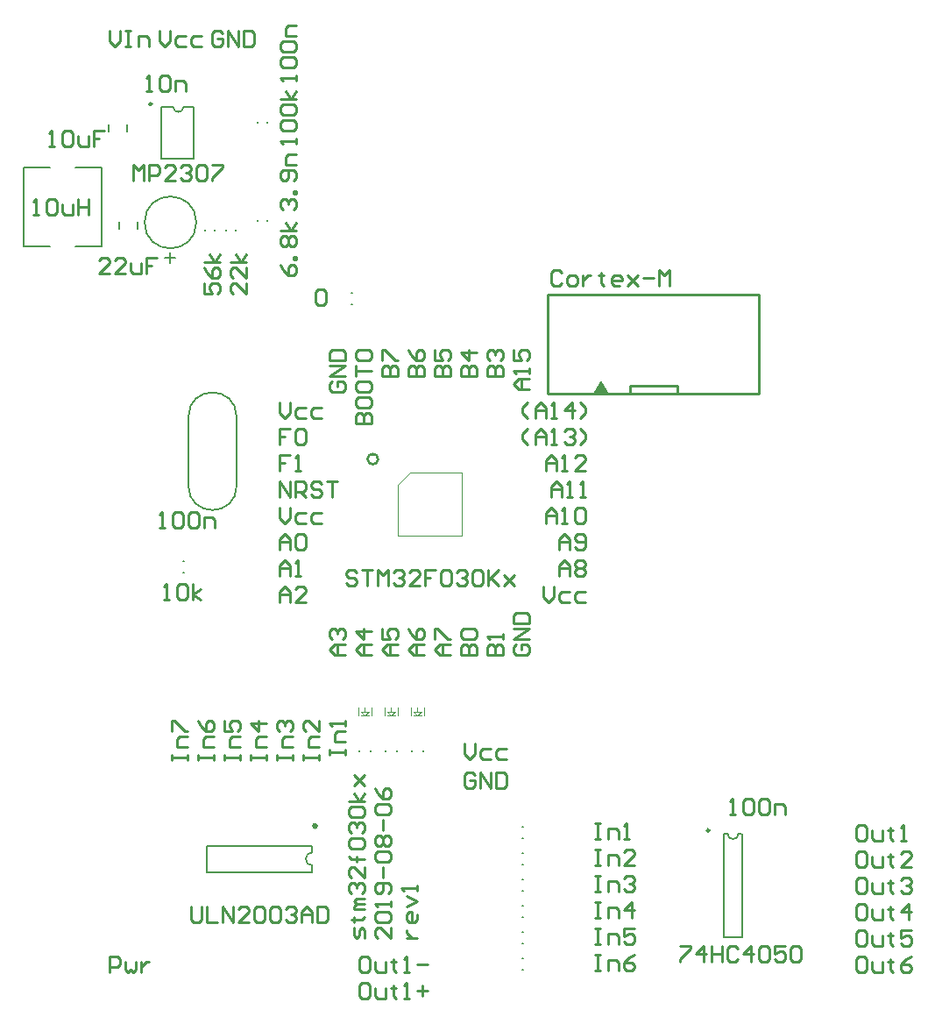
<source format=gto>
G04 Layer_Color=15132400*
%FSLAX25Y25*%
%MOIN*%
G70*
G01*
G75*
%ADD23C,0.01000*%
%ADD37C,0.00780*%
%ADD38C,0.00787*%
%ADD39C,0.00984*%
%ADD40C,0.00394*%
%ADD41C,0.00591*%
G36*
X273000Y277000D02*
X267000D01*
X270000Y282000D01*
X273000Y277000D01*
D02*
G37*
D23*
X185000Y252000D02*
G03*
X185000Y252000I-2000J0D01*
G01*
X161000Y112000D02*
Y113000D01*
X281000Y277000D02*
X330000D01*
Y314500D01*
X249500D02*
X330000D01*
X249500Y277000D02*
Y314500D01*
Y277000D02*
X287500D01*
X281000D02*
Y280000D01*
X299000D01*
Y277000D02*
Y280000D01*
X218000Y143998D02*
Y139999D01*
X219999Y138000D01*
X221999Y139999D01*
Y143998D01*
X227997Y141999D02*
X224998D01*
X223998Y140999D01*
Y139000D01*
X224998Y138000D01*
X227997D01*
X233995Y141999D02*
X230996D01*
X229996Y140999D01*
Y139000D01*
X230996Y138000D01*
X233995D01*
X176999Y208998D02*
X175999Y209998D01*
X174000D01*
X173000Y208998D01*
Y207999D01*
X174000Y206999D01*
X175999D01*
X176999Y205999D01*
Y205000D01*
X175999Y204000D01*
X174000D01*
X173000Y205000D01*
X178998Y209998D02*
X182997D01*
X180997D01*
Y204000D01*
X184996D02*
Y209998D01*
X186995Y207999D01*
X188995Y209998D01*
Y204000D01*
X190994Y208998D02*
X191994Y209998D01*
X193993D01*
X194993Y208998D01*
Y207999D01*
X193993Y206999D01*
X192993D01*
X193993D01*
X194993Y205999D01*
Y205000D01*
X193993Y204000D01*
X191994D01*
X190994Y205000D01*
X200991Y204000D02*
X196992D01*
X200991Y207999D01*
Y208998D01*
X199991Y209998D01*
X197992D01*
X196992Y208998D01*
X206989Y209998D02*
X202990D01*
Y206999D01*
X204990D01*
X202990D01*
Y204000D01*
X208988Y208998D02*
X209988Y209998D01*
X211987D01*
X212987Y208998D01*
Y205000D01*
X211987Y204000D01*
X209988D01*
X208988Y205000D01*
Y208998D01*
X214986D02*
X215986Y209998D01*
X217985D01*
X218985Y208998D01*
Y207999D01*
X217985Y206999D01*
X216986D01*
X217985D01*
X218985Y205999D01*
Y205000D01*
X217985Y204000D01*
X215986D01*
X214986Y205000D01*
X220985Y208998D02*
X221984Y209998D01*
X223984D01*
X224983Y208998D01*
Y205000D01*
X223984Y204000D01*
X221984D01*
X220985Y205000D01*
Y208998D01*
X226982Y209998D02*
Y204000D01*
Y205999D01*
X230981Y209998D01*
X227982Y206999D01*
X230981Y204000D01*
X232981Y207999D02*
X236979Y204000D01*
X234980Y205999D01*
X236979Y207999D01*
X232981Y204000D01*
X114000Y81998D02*
Y77000D01*
X115000Y76000D01*
X116999D01*
X117999Y77000D01*
Y81998D01*
X119998D02*
Y76000D01*
X123997D01*
X125996D02*
Y81998D01*
X129995Y76000D01*
Y81998D01*
X135993Y76000D02*
X131994D01*
X135993Y79999D01*
Y80998D01*
X134993Y81998D01*
X132994D01*
X131994Y80998D01*
X137992D02*
X138992Y81998D01*
X140991D01*
X141991Y80998D01*
Y77000D01*
X140991Y76000D01*
X138992D01*
X137992Y77000D01*
Y80998D01*
X143990D02*
X144990Y81998D01*
X146989D01*
X147989Y80998D01*
Y77000D01*
X146989Y76000D01*
X144990D01*
X143990Y77000D01*
Y80998D01*
X149988D02*
X150988Y81998D01*
X152987D01*
X153987Y80998D01*
Y79999D01*
X152987Y78999D01*
X151988D01*
X152987D01*
X153987Y77999D01*
Y77000D01*
X152987Y76000D01*
X150988D01*
X149988Y77000D01*
X155986Y76000D02*
Y79999D01*
X157986Y81998D01*
X159985Y79999D01*
Y76000D01*
Y78999D01*
X155986D01*
X161985Y81998D02*
Y76000D01*
X164983D01*
X165983Y77000D01*
Y80998D01*
X164983Y81998D01*
X161985D01*
X125999Y413998D02*
X124999Y414998D01*
X123000D01*
X122000Y413998D01*
Y410000D01*
X123000Y409000D01*
X124999D01*
X125999Y410000D01*
Y411999D01*
X123999D01*
X127998Y409000D02*
Y414998D01*
X131997Y409000D01*
Y414998D01*
X133996D02*
Y409000D01*
X136995D01*
X137995Y410000D01*
Y413998D01*
X136995Y414998D01*
X133996D01*
X102000D02*
Y410999D01*
X103999Y409000D01*
X105999Y410999D01*
Y414998D01*
X111997Y412999D02*
X108998D01*
X107998Y411999D01*
Y410000D01*
X108998Y409000D01*
X111997D01*
X117995Y412999D02*
X114996D01*
X113996Y411999D01*
Y410000D01*
X114996Y409000D01*
X117995D01*
X60000Y371000D02*
X61999D01*
X61000D01*
Y376998D01*
X60000Y375998D01*
X64998D02*
X65998Y376998D01*
X67997D01*
X68997Y375998D01*
Y372000D01*
X67997Y371000D01*
X65998D01*
X64998Y372000D01*
Y375998D01*
X70996Y374999D02*
Y372000D01*
X71996Y371000D01*
X74995D01*
Y374999D01*
X80993Y376998D02*
X76995D01*
Y373999D01*
X78994D01*
X76995D01*
Y371000D01*
X118714Y318999D02*
Y315000D01*
X121714D01*
X120714Y316999D01*
Y317999D01*
X121714Y318999D01*
X123713D01*
X124713Y317999D01*
Y316000D01*
X123713Y315000D01*
X118714Y324997D02*
X119714Y322997D01*
X121714Y320998D01*
X123713D01*
X124713Y321998D01*
Y323997D01*
X123713Y324997D01*
X122713D01*
X121714Y323997D01*
Y320998D01*
X124713Y326996D02*
X118714D01*
X122713D02*
X120714Y329995D01*
X122713Y326996D02*
X124713Y329995D01*
X148002Y325999D02*
X149002Y323999D01*
X151001Y322000D01*
X153000D01*
X154000Y323000D01*
Y324999D01*
X153000Y325999D01*
X152001D01*
X151001Y324999D01*
Y322000D01*
X154000Y327998D02*
X153000D01*
Y328998D01*
X154000D01*
Y327998D01*
X149002Y332996D02*
X148002Y333996D01*
Y335996D01*
X149002Y336995D01*
X150001D01*
X151001Y335996D01*
X152001Y336995D01*
X153000D01*
X154000Y335996D01*
Y333996D01*
X153000Y332996D01*
X152001D01*
X151001Y333996D01*
X150001Y332996D01*
X149002D01*
X151001Y333996D02*
Y335996D01*
X154000Y338995D02*
X148002D01*
X152001D02*
X150001Y341993D01*
X152001Y338995D02*
X154000Y341993D01*
Y372000D02*
Y373999D01*
Y373000D01*
X148002D01*
X149002Y372000D01*
Y376998D02*
X148002Y377998D01*
Y379997D01*
X149002Y380997D01*
X153000D01*
X154000Y379997D01*
Y377998D01*
X153000Y376998D01*
X149002D01*
Y382996D02*
X148002Y383996D01*
Y385996D01*
X149002Y386995D01*
X153000D01*
X154000Y385996D01*
Y383996D01*
X153000Y382996D01*
X149002D01*
X154000Y388995D02*
X148002D01*
X152001D02*
X150001Y391993D01*
X152001Y388995D02*
X154000Y391993D01*
X83000Y414998D02*
Y410999D01*
X84999Y409000D01*
X86999Y410999D01*
Y414998D01*
X88998D02*
X90997D01*
X89998D01*
Y409000D01*
X88998D01*
X90997D01*
X93996D02*
Y412999D01*
X96996D01*
X97995Y411999D01*
Y409000D01*
X54000Y345000D02*
X55999D01*
X55000D01*
Y350998D01*
X54000Y349998D01*
X58998D02*
X59998Y350998D01*
X61997D01*
X62997Y349998D01*
Y346000D01*
X61997Y345000D01*
X59998D01*
X58998Y346000D01*
Y349998D01*
X64996Y348999D02*
Y346000D01*
X65996Y345000D01*
X68995D01*
Y348999D01*
X70995Y350998D02*
Y345000D01*
Y347999D01*
X74993D01*
Y350998D01*
Y345000D01*
X92000Y358000D02*
Y363998D01*
X93999Y361999D01*
X95999Y363998D01*
Y358000D01*
X97998D02*
Y363998D01*
X100997D01*
X101997Y362998D01*
Y360999D01*
X100997Y359999D01*
X97998D01*
X107995Y358000D02*
X103996D01*
X107995Y361999D01*
Y362998D01*
X106995Y363998D01*
X104996D01*
X103996Y362998D01*
X109994D02*
X110994Y363998D01*
X112993D01*
X113993Y362998D01*
Y361999D01*
X112993Y360999D01*
X111994D01*
X112993D01*
X113993Y359999D01*
Y359000D01*
X112993Y358000D01*
X110994D01*
X109994Y359000D01*
X115992Y362998D02*
X116992Y363998D01*
X118991D01*
X119991Y362998D01*
Y359000D01*
X118991Y358000D01*
X116992D01*
X115992Y359000D01*
Y362998D01*
X121990Y363998D02*
X125989D01*
Y362998D01*
X121990Y359000D01*
Y358000D01*
X82799Y322700D02*
X78800D01*
X82799Y326699D01*
Y327698D01*
X81799Y328698D01*
X79800D01*
X78800Y327698D01*
X88797Y322700D02*
X84798D01*
X88797Y326699D01*
Y327698D01*
X87797Y328698D01*
X85798D01*
X84798Y327698D01*
X90796Y326699D02*
Y323700D01*
X91796Y322700D01*
X94795D01*
Y326699D01*
X100793Y328698D02*
X96794D01*
Y325699D01*
X98794D01*
X96794D01*
Y322700D01*
X149002Y347000D02*
X148002Y348000D01*
Y349999D01*
X149002Y350999D01*
X150001D01*
X151001Y349999D01*
Y348999D01*
Y349999D01*
X152001Y350999D01*
X153000D01*
X154000Y349999D01*
Y348000D01*
X153000Y347000D01*
X154000Y352998D02*
X153000D01*
Y353998D01*
X154000D01*
Y352998D01*
X153000Y357996D02*
X154000Y358996D01*
Y360996D01*
X153000Y361995D01*
X149002D01*
X148002Y360996D01*
Y358996D01*
X149002Y357996D01*
X150001D01*
X151001Y358996D01*
Y361995D01*
X154000Y363995D02*
X150001D01*
Y366993D01*
X151001Y367993D01*
X154000D01*
Y396000D02*
Y397999D01*
Y397000D01*
X148002D01*
X149002Y396000D01*
Y400998D02*
X148002Y401998D01*
Y403997D01*
X149002Y404997D01*
X153000D01*
X154000Y403997D01*
Y401998D01*
X153000Y400998D01*
X149002D01*
Y406996D02*
X148002Y407996D01*
Y409996D01*
X149002Y410995D01*
X153000D01*
X154000Y409996D01*
Y407996D01*
X153000Y406996D01*
X149002D01*
X154000Y412994D02*
X150001D01*
Y415993D01*
X151001Y416993D01*
X154000D01*
X97000Y392000D02*
X98999D01*
X98000D01*
Y397998D01*
X97000Y396998D01*
X101998D02*
X102998Y397998D01*
X104997D01*
X105997Y396998D01*
Y393000D01*
X104997Y392000D01*
X102998D01*
X101998Y393000D01*
Y396998D01*
X107996Y392000D02*
Y395999D01*
X110995D01*
X111995Y394999D01*
Y392000D01*
X176502Y265504D02*
X182500D01*
Y268503D01*
X181500Y269503D01*
X180501D01*
X179501Y268503D01*
Y265504D01*
Y268503D01*
X178501Y269503D01*
X177502D01*
X176502Y268503D01*
Y265504D01*
Y274501D02*
Y272502D01*
X177502Y271502D01*
X181500D01*
X182500Y272502D01*
Y274501D01*
X181500Y275501D01*
X177502D01*
X176502Y274501D01*
Y280499D02*
Y278500D01*
X177502Y277500D01*
X181500D01*
X182500Y278500D01*
Y280499D01*
X181500Y281499D01*
X177502D01*
X176502Y280499D01*
Y283498D02*
Y287497D01*
Y285497D01*
X182500D01*
X177502Y289496D02*
X176502Y290496D01*
Y292495D01*
X177502Y293495D01*
X181500D01*
X182500Y292495D01*
Y290496D01*
X181500Y289496D01*
X177502D01*
X147500Y237500D02*
Y243498D01*
X151499Y237500D01*
Y243498D01*
X153498Y237500D02*
Y243498D01*
X156497D01*
X157497Y242498D01*
Y240499D01*
X156497Y239499D01*
X153498D01*
X155497D02*
X157497Y237500D01*
X163495Y242498D02*
X162495Y243498D01*
X160496D01*
X159496Y242498D01*
Y241499D01*
X160496Y240499D01*
X162495D01*
X163495Y239499D01*
Y238500D01*
X162495Y237500D01*
X160496D01*
X159496Y238500D01*
X165494Y243498D02*
X169493D01*
X167493D01*
Y237500D01*
X103500Y198500D02*
X105499D01*
X104500D01*
Y204498D01*
X103500Y203498D01*
X108498D02*
X109498Y204498D01*
X111497D01*
X112497Y203498D01*
Y199500D01*
X111497Y198500D01*
X109498D01*
X108498Y199500D01*
Y203498D01*
X114496Y198500D02*
Y204498D01*
Y200499D02*
X117496Y202499D01*
X114496Y200499D02*
X117496Y198500D01*
X254999Y322998D02*
X253999Y323998D01*
X252000D01*
X251000Y322998D01*
Y319000D01*
X252000Y318000D01*
X253999D01*
X254999Y319000D01*
X257998Y318000D02*
X259997D01*
X260997Y319000D01*
Y320999D01*
X259997Y321999D01*
X257998D01*
X256998Y320999D01*
Y319000D01*
X257998Y318000D01*
X262996Y321999D02*
Y318000D01*
Y319999D01*
X263996Y320999D01*
X264996Y321999D01*
X265995D01*
X269994Y322998D02*
Y321999D01*
X268994D01*
X270993D01*
X269994D01*
Y319000D01*
X270993Y318000D01*
X276992D02*
X274992D01*
X273993Y319000D01*
Y320999D01*
X274992Y321999D01*
X276992D01*
X277991Y320999D01*
Y319999D01*
X273993D01*
X279991Y321999D02*
X283989Y318000D01*
X281990Y319999D01*
X283989Y321999D01*
X279991Y318000D01*
X285989Y320999D02*
X289987D01*
X291987Y318000D02*
Y323998D01*
X293986Y321999D01*
X295985Y323998D01*
Y318000D01*
X102000Y226000D02*
X103999D01*
X103000D01*
Y231998D01*
X102000Y230998D01*
X106998D02*
X107998Y231998D01*
X109997D01*
X110997Y230998D01*
Y227000D01*
X109997Y226000D01*
X107998D01*
X106998Y227000D01*
Y230998D01*
X112996D02*
X113996Y231998D01*
X115996D01*
X116995Y230998D01*
Y227000D01*
X115996Y226000D01*
X113996D01*
X112996Y227000D01*
Y230998D01*
X118994Y226000D02*
Y229999D01*
X121994D01*
X122993Y228999D01*
Y226000D01*
X167502Y281499D02*
X166502Y280499D01*
Y278500D01*
X167502Y277500D01*
X171500D01*
X172500Y278500D01*
Y280499D01*
X171500Y281499D01*
X169501D01*
Y279499D01*
X172500Y283498D02*
X166502D01*
X172500Y287497D01*
X166502D01*
Y289496D02*
X172500D01*
Y292495D01*
X171500Y293495D01*
X167502D01*
X166502Y292495D01*
Y289496D01*
X147500Y217500D02*
Y221499D01*
X149499Y223498D01*
X151499Y221499D01*
Y217500D01*
Y220499D01*
X147500D01*
X153498Y222498D02*
X154498Y223498D01*
X156497D01*
X157497Y222498D01*
Y218500D01*
X156497Y217500D01*
X154498D01*
X153498Y218500D01*
Y222498D01*
X147500Y233498D02*
Y229499D01*
X149499Y227500D01*
X151499Y229499D01*
Y233498D01*
X157497Y231499D02*
X154498D01*
X153498Y230499D01*
Y228500D01*
X154498Y227500D01*
X157497D01*
X163495Y231499D02*
X160496D01*
X159496Y230499D01*
Y228500D01*
X160496Y227500D01*
X163495D01*
X147500Y273498D02*
Y269499D01*
X149499Y267500D01*
X151499Y269499D01*
Y273498D01*
X157497Y271499D02*
X154498D01*
X153498Y270499D01*
Y268500D01*
X154498Y267500D01*
X157497D01*
X163495Y271499D02*
X160496D01*
X159496Y270499D01*
Y268500D01*
X160496Y267500D01*
X163495D01*
X192500Y177500D02*
X188501D01*
X186502Y179499D01*
X188501Y181499D01*
X192500D01*
X189501D01*
Y177500D01*
X186502Y187497D02*
Y183498D01*
X189501D01*
X188501Y185497D01*
Y186497D01*
X189501Y187497D01*
X191500D01*
X192500Y186497D01*
Y184498D01*
X191500Y183498D01*
X212500Y177500D02*
X208501D01*
X206502Y179499D01*
X208501Y181499D01*
X212500D01*
X209501D01*
Y177500D01*
X206502Y183498D02*
Y187497D01*
X207502D01*
X211500Y183498D01*
X212500D01*
X253995Y207500D02*
Y211499D01*
X255995Y213498D01*
X257994Y211499D01*
Y207500D01*
Y210499D01*
X253995D01*
X259994Y212498D02*
X260993Y213498D01*
X262993D01*
X263992Y212498D01*
Y211499D01*
X262993Y210499D01*
X263992Y209499D01*
Y208500D01*
X262993Y207500D01*
X260993D01*
X259994Y208500D01*
Y209499D01*
X260993Y210499D01*
X259994Y211499D01*
Y212498D01*
X260993Y210499D02*
X262993D01*
X253995Y217500D02*
Y221499D01*
X255995Y223498D01*
X257994Y221499D01*
Y217500D01*
Y220499D01*
X253995D01*
X259994Y218500D02*
X260993Y217500D01*
X262993D01*
X263992Y218500D01*
Y222498D01*
X262993Y223498D01*
X260993D01*
X259994Y222498D01*
Y221499D01*
X260993Y220499D01*
X263992D01*
X248997Y227500D02*
Y231499D01*
X250996Y233498D01*
X252996Y231499D01*
Y227500D01*
Y230499D01*
X248997D01*
X254995Y227500D02*
X256995D01*
X255995D01*
Y233498D01*
X254995Y232498D01*
X259994D02*
X260993Y233498D01*
X262993D01*
X263992Y232498D01*
Y228500D01*
X262993Y227500D01*
X260993D01*
X259994Y228500D01*
Y232498D01*
X250996Y237500D02*
Y241499D01*
X252996Y243498D01*
X254995Y241499D01*
Y237500D01*
Y240499D01*
X250996D01*
X256995Y237500D02*
X258994D01*
X257994D01*
Y243498D01*
X256995Y242498D01*
X261993Y237500D02*
X263992D01*
X262993D01*
Y243498D01*
X261993Y242498D01*
X248997Y247500D02*
Y251499D01*
X250996Y253498D01*
X252996Y251499D01*
Y247500D01*
Y250499D01*
X248997D01*
X254995Y247500D02*
X256995D01*
X255995D01*
Y253498D01*
X254995Y252498D01*
X263992Y247500D02*
X259994D01*
X263992Y251499D01*
Y252498D01*
X262993Y253498D01*
X260993D01*
X259994Y252498D01*
X241999Y257500D02*
X240000Y259499D01*
Y261499D01*
X241999Y263498D01*
X244998Y257500D02*
Y261499D01*
X246998Y263498D01*
X248997Y261499D01*
Y257500D01*
Y260499D01*
X244998D01*
X250996Y257500D02*
X252996D01*
X251996D01*
Y263498D01*
X250996Y262498D01*
X255995D02*
X256995Y263498D01*
X258994D01*
X259994Y262498D01*
Y261499D01*
X258994Y260499D01*
X257994D01*
X258994D01*
X259994Y259499D01*
Y258500D01*
X258994Y257500D01*
X256995D01*
X255995Y258500D01*
X261993Y257500D02*
X263992Y259499D01*
Y261499D01*
X261993Y263498D01*
X241999Y267500D02*
X240000Y269499D01*
Y271499D01*
X241999Y273498D01*
X244998Y267500D02*
Y271499D01*
X246998Y273498D01*
X248997Y271499D01*
Y267500D01*
Y270499D01*
X244998D01*
X250996Y267500D02*
X252996D01*
X251996D01*
Y273498D01*
X250996Y272498D01*
X258994Y267500D02*
Y273498D01*
X255995Y270499D01*
X259994D01*
X261993Y267500D02*
X263992Y269499D01*
Y271499D01*
X261993Y273498D01*
X242500Y278500D02*
X238501D01*
X236502Y280499D01*
X238501Y282498D01*
X242500D01*
X239501D01*
Y278500D01*
X242500Y284498D02*
Y286497D01*
Y285497D01*
X236502D01*
X237502Y284498D01*
X236502Y293495D02*
Y289496D01*
X239501D01*
X238501Y291495D01*
Y292495D01*
X239501Y293495D01*
X241500D01*
X242500Y292495D01*
Y290496D01*
X241500Y289496D01*
X216502Y177500D02*
X222500D01*
Y180499D01*
X221500Y181499D01*
X220501D01*
X219501Y180499D01*
Y177500D01*
Y180499D01*
X218501Y181499D01*
X217502D01*
X216502Y180499D01*
Y177500D01*
X217502Y183498D02*
X216502Y184498D01*
Y186497D01*
X217502Y187497D01*
X221500D01*
X222500Y186497D01*
Y184498D01*
X221500Y183498D01*
X217502D01*
X226502Y177500D02*
X232500D01*
Y180499D01*
X231500Y181499D01*
X230501D01*
X229501Y180499D01*
Y177500D01*
Y180499D01*
X228501Y181499D01*
X227502D01*
X226502Y180499D01*
Y177500D01*
X232500Y183498D02*
Y185497D01*
Y184498D01*
X226502D01*
X227502Y183498D01*
X226502Y283498D02*
X232500D01*
Y286497D01*
X231500Y287497D01*
X230501D01*
X229501Y286497D01*
Y283498D01*
Y286497D01*
X228501Y287497D01*
X227502D01*
X226502Y286497D01*
Y283498D01*
X227502Y289496D02*
X226502Y290496D01*
Y292495D01*
X227502Y293495D01*
X228501D01*
X229501Y292495D01*
Y291495D01*
Y292495D01*
X230501Y293495D01*
X231500D01*
X232500Y292495D01*
Y290496D01*
X231500Y289496D01*
X216502Y283498D02*
X222500D01*
Y286497D01*
X221500Y287497D01*
X220501D01*
X219501Y286497D01*
Y283498D01*
Y286497D01*
X218501Y287497D01*
X217502D01*
X216502Y286497D01*
Y283498D01*
X222500Y292495D02*
X216502D01*
X219501Y289496D01*
Y293495D01*
X206502Y283498D02*
X212500D01*
Y286497D01*
X211500Y287497D01*
X210501D01*
X209501Y286497D01*
Y283498D01*
Y286497D01*
X208501Y287497D01*
X207502D01*
X206502Y286497D01*
Y283498D01*
Y293495D02*
Y289496D01*
X209501D01*
X208501Y291495D01*
Y292495D01*
X209501Y293495D01*
X211500D01*
X212500Y292495D01*
Y290496D01*
X211500Y289496D01*
X196502Y283498D02*
X202500D01*
Y286497D01*
X201500Y287497D01*
X200501D01*
X199501Y286497D01*
Y283498D01*
Y286497D01*
X198501Y287497D01*
X197502D01*
X196502Y286497D01*
Y283498D01*
Y293495D02*
X197502Y291495D01*
X199501Y289496D01*
X201500D01*
X202500Y290496D01*
Y292495D01*
X201500Y293495D01*
X200501D01*
X199501Y292495D01*
Y289496D01*
X186502Y283498D02*
X192500D01*
Y286497D01*
X191500Y287497D01*
X190501D01*
X189501Y286497D01*
Y283498D01*
Y286497D01*
X188501Y287497D01*
X187502D01*
X186502Y286497D01*
Y283498D01*
Y289496D02*
Y293495D01*
X187502D01*
X191500Y289496D01*
X192500D01*
X151499Y253498D02*
X147500D01*
Y250499D01*
X149499D01*
X147500D01*
Y247500D01*
X153498D02*
X155497D01*
X154498D01*
Y253498D01*
X153498Y252498D01*
X147500Y207500D02*
Y211499D01*
X149499Y213498D01*
X151499Y211499D01*
Y207500D01*
Y210499D01*
X147500D01*
X153498Y207500D02*
X155497D01*
X154498D01*
Y213498D01*
X153498Y212498D01*
X147500Y197500D02*
Y201499D01*
X149499Y203498D01*
X151499Y201499D01*
Y197500D01*
Y200499D01*
X147500D01*
X157497Y197500D02*
X153498D01*
X157497Y201499D01*
Y202498D01*
X156497Y203498D01*
X154498D01*
X153498Y202498D01*
X172500Y177500D02*
X168501D01*
X166502Y179499D01*
X168501Y181499D01*
X172500D01*
X169501D01*
Y177500D01*
X167502Y183498D02*
X166502Y184498D01*
Y186497D01*
X167502Y187497D01*
X168501D01*
X169501Y186497D01*
Y185497D01*
Y186497D01*
X170501Y187497D01*
X171500D01*
X172500Y186497D01*
Y184498D01*
X171500Y183498D01*
X182500Y177500D02*
X178501D01*
X176502Y179499D01*
X178501Y181499D01*
X182500D01*
X179501D01*
Y177500D01*
X182500Y186497D02*
X176502D01*
X179501Y183498D01*
Y187497D01*
X202500Y177500D02*
X198501D01*
X196502Y179499D01*
X198501Y181499D01*
X202500D01*
X199501D01*
Y177500D01*
X196502Y187497D02*
X197502Y185497D01*
X199501Y183498D01*
X201500D01*
X202500Y184498D01*
Y186497D01*
X201500Y187497D01*
X200501D01*
X199501Y186497D01*
Y183498D01*
X151499Y263498D02*
X147500D01*
Y260499D01*
X149499D01*
X147500D01*
Y257500D01*
X153498Y262498D02*
X154498Y263498D01*
X156497D01*
X157497Y262498D01*
Y258500D01*
X156497Y257500D01*
X154498D01*
X153498Y258500D01*
Y262498D01*
X319000Y117000D02*
X320999D01*
X320000D01*
Y122998D01*
X319000Y121998D01*
X323998D02*
X324998Y122998D01*
X326997D01*
X327997Y121998D01*
Y118000D01*
X326997Y117000D01*
X324998D01*
X323998Y118000D01*
Y121998D01*
X329996D02*
X330996Y122998D01*
X332996D01*
X333995Y121998D01*
Y118000D01*
X332996Y117000D01*
X330996D01*
X329996Y118000D01*
Y121998D01*
X335995Y117000D02*
Y120999D01*
X338994D01*
X339993Y119999D01*
Y117000D01*
X300000Y66998D02*
X303999D01*
Y65998D01*
X300000Y62000D01*
Y61000D01*
X308997D02*
Y66998D01*
X305998Y63999D01*
X309997D01*
X311996Y66998D02*
Y61000D01*
Y63999D01*
X315995D01*
Y66998D01*
Y61000D01*
X321993Y65998D02*
X320993Y66998D01*
X318994D01*
X317994Y65998D01*
Y62000D01*
X318994Y61000D01*
X320993D01*
X321993Y62000D01*
X326991Y61000D02*
Y66998D01*
X323992Y63999D01*
X327991D01*
X329990Y65998D02*
X330990Y66998D01*
X332989D01*
X333989Y65998D01*
Y62000D01*
X332989Y61000D01*
X330990D01*
X329990Y62000D01*
Y65998D01*
X339987Y66998D02*
X335988D01*
Y63999D01*
X337988Y64999D01*
X338987D01*
X339987Y63999D01*
Y62000D01*
X338987Y61000D01*
X336988D01*
X335988Y62000D01*
X341986Y65998D02*
X342986Y66998D01*
X344985D01*
X345985Y65998D01*
Y62000D01*
X344985Y61000D01*
X342986D01*
X341986Y62000D01*
Y65998D01*
X369999Y112998D02*
X368000D01*
X367000Y111998D01*
Y108000D01*
X368000Y107000D01*
X369999D01*
X370999Y108000D01*
Y111998D01*
X369999Y112998D01*
X372998Y110999D02*
Y108000D01*
X373998Y107000D01*
X376997D01*
Y110999D01*
X379996Y111998D02*
Y110999D01*
X378996D01*
X380995D01*
X379996D01*
Y108000D01*
X380995Y107000D01*
X383995D02*
X385994D01*
X384994D01*
Y112998D01*
X383995Y111998D01*
X267500Y113498D02*
X269499D01*
X268500D01*
Y107500D01*
X267500D01*
X269499D01*
X272498D02*
Y111499D01*
X275497D01*
X276497Y110499D01*
Y107500D01*
X278496D02*
X280496D01*
X279496D01*
Y113498D01*
X278496Y112498D01*
X369999Y102998D02*
X368000D01*
X367000Y101998D01*
Y98000D01*
X368000Y97000D01*
X369999D01*
X370999Y98000D01*
Y101998D01*
X369999Y102998D01*
X372998Y100999D02*
Y98000D01*
X373998Y97000D01*
X376997D01*
Y100999D01*
X379996Y101998D02*
Y100999D01*
X378996D01*
X380995D01*
X379996D01*
Y98000D01*
X380995Y97000D01*
X387993D02*
X383995D01*
X387993Y100999D01*
Y101998D01*
X386994Y102998D01*
X384994D01*
X383995Y101998D01*
X267500Y103498D02*
X269499D01*
X268500D01*
Y97500D01*
X267500D01*
X269499D01*
X272498D02*
Y101499D01*
X275497D01*
X276497Y100499D01*
Y97500D01*
X282495D02*
X278496D01*
X282495Y101499D01*
Y102498D01*
X281495Y103498D01*
X279496D01*
X278496Y102498D01*
X369999Y92998D02*
X368000D01*
X367000Y91998D01*
Y88000D01*
X368000Y87000D01*
X369999D01*
X370999Y88000D01*
Y91998D01*
X369999Y92998D01*
X372998Y90999D02*
Y88000D01*
X373998Y87000D01*
X376997D01*
Y90999D01*
X379996Y91998D02*
Y90999D01*
X378996D01*
X380995D01*
X379996D01*
Y88000D01*
X380995Y87000D01*
X383995Y91998D02*
X384994Y92998D01*
X386994D01*
X387993Y91998D01*
Y90999D01*
X386994Y89999D01*
X385994D01*
X386994D01*
X387993Y88999D01*
Y88000D01*
X386994Y87000D01*
X384994D01*
X383995Y88000D01*
X267500Y93498D02*
X269499D01*
X268500D01*
Y87500D01*
X267500D01*
X269499D01*
X272498D02*
Y91499D01*
X275497D01*
X276497Y90499D01*
Y87500D01*
X278496Y92498D02*
X279496Y93498D01*
X281495D01*
X282495Y92498D01*
Y91499D01*
X281495Y90499D01*
X280496D01*
X281495D01*
X282495Y89499D01*
Y88500D01*
X281495Y87500D01*
X279496D01*
X278496Y88500D01*
X369999Y82998D02*
X368000D01*
X367000Y81998D01*
Y78000D01*
X368000Y77000D01*
X369999D01*
X370999Y78000D01*
Y81998D01*
X369999Y82998D01*
X372998Y80999D02*
Y78000D01*
X373998Y77000D01*
X376997D01*
Y80999D01*
X379996Y81998D02*
Y80999D01*
X378996D01*
X380995D01*
X379996D01*
Y78000D01*
X380995Y77000D01*
X386994D02*
Y82998D01*
X383995Y79999D01*
X387993D01*
X267500Y83498D02*
X269499D01*
X268500D01*
Y77500D01*
X267500D01*
X269499D01*
X272498D02*
Y81499D01*
X275497D01*
X276497Y80499D01*
Y77500D01*
X281495D02*
Y83498D01*
X278496Y80499D01*
X282495D01*
X369999Y72998D02*
X368000D01*
X367000Y71998D01*
Y68000D01*
X368000Y67000D01*
X369999D01*
X370999Y68000D01*
Y71998D01*
X369999Y72998D01*
X372998Y70999D02*
Y68000D01*
X373998Y67000D01*
X376997D01*
Y70999D01*
X379996Y71998D02*
Y70999D01*
X378996D01*
X380995D01*
X379996D01*
Y68000D01*
X380995Y67000D01*
X387993Y72998D02*
X383995D01*
Y69999D01*
X385994Y70999D01*
X386994D01*
X387993Y69999D01*
Y68000D01*
X386994Y67000D01*
X384994D01*
X383995Y68000D01*
X267500Y73498D02*
X269499D01*
X268500D01*
Y67500D01*
X267500D01*
X269499D01*
X272498D02*
Y71499D01*
X275497D01*
X276497Y70499D01*
Y67500D01*
X282495Y73498D02*
X278496D01*
Y70499D01*
X280496Y71499D01*
X281495D01*
X282495Y70499D01*
Y68500D01*
X281495Y67500D01*
X279496D01*
X278496Y68500D01*
X369999Y62998D02*
X368000D01*
X367000Y61998D01*
Y58000D01*
X368000Y57000D01*
X369999D01*
X370999Y58000D01*
Y61998D01*
X369999Y62998D01*
X372998Y60999D02*
Y58000D01*
X373998Y57000D01*
X376997D01*
Y60999D01*
X379996Y61998D02*
Y60999D01*
X378996D01*
X380995D01*
X379996D01*
Y58000D01*
X380995Y57000D01*
X387993Y62998D02*
X385994Y61998D01*
X383995Y59999D01*
Y58000D01*
X384994Y57000D01*
X386994D01*
X387993Y58000D01*
Y58999D01*
X386994Y59999D01*
X383995D01*
X267500Y63498D02*
X269499D01*
X268500D01*
Y57500D01*
X267500D01*
X269499D01*
X272498D02*
Y61499D01*
X275497D01*
X276497Y60499D01*
Y57500D01*
X282495Y63498D02*
X280496Y62498D01*
X278496Y60499D01*
Y58500D01*
X279496Y57500D01*
X281495D01*
X282495Y58500D01*
Y59499D01*
X281495Y60499D01*
X278496D01*
X166502Y139499D02*
Y141499D01*
Y140499D01*
X172500D01*
Y139499D01*
Y141499D01*
Y144498D02*
X168501D01*
Y147497D01*
X169501Y148496D01*
X172500D01*
Y150496D02*
Y152495D01*
Y151496D01*
X166502D01*
X167502Y150496D01*
X180999Y62998D02*
X179000D01*
X178000Y61998D01*
Y58000D01*
X179000Y57000D01*
X180999D01*
X181999Y58000D01*
Y61998D01*
X180999Y62998D01*
X183998Y60999D02*
Y58000D01*
X184998Y57000D01*
X187997D01*
Y60999D01*
X190996Y61998D02*
Y60999D01*
X189996D01*
X191996D01*
X190996D01*
Y58000D01*
X191996Y57000D01*
X194994D02*
X196994D01*
X195994D01*
Y62998D01*
X194994Y61998D01*
X199993Y59999D02*
X203992D01*
X180999Y52998D02*
X179000D01*
X178000Y51998D01*
Y48000D01*
X179000Y47000D01*
X180999D01*
X181999Y48000D01*
Y51998D01*
X180999Y52998D01*
X183998Y50999D02*
Y48000D01*
X184998Y47000D01*
X187997D01*
Y50999D01*
X190996Y51998D02*
Y50999D01*
X189996D01*
X191996D01*
X190996D01*
Y48000D01*
X191996Y47000D01*
X194994D02*
X196994D01*
X195994D01*
Y52998D01*
X194994Y51998D01*
X199993Y49999D02*
X203992D01*
X201992Y51998D02*
Y48000D01*
X156502Y137500D02*
Y139499D01*
Y138500D01*
X162500D01*
Y137500D01*
Y139499D01*
Y142498D02*
X158501D01*
Y145497D01*
X159501Y146497D01*
X162500D01*
Y152495D02*
Y148496D01*
X158501Y152495D01*
X157502D01*
X156502Y151496D01*
Y149496D01*
X157502Y148496D01*
X146502Y137500D02*
Y139499D01*
Y138500D01*
X152500D01*
Y137500D01*
Y139499D01*
Y142498D02*
X148501D01*
Y145497D01*
X149501Y146497D01*
X152500D01*
X147502Y148496D02*
X146502Y149496D01*
Y151496D01*
X147502Y152495D01*
X148501D01*
X149501Y151496D01*
Y150496D01*
Y151496D01*
X150501Y152495D01*
X151500D01*
X152500Y151496D01*
Y149496D01*
X151500Y148496D01*
X136502Y137500D02*
Y139499D01*
Y138500D01*
X142500D01*
Y137500D01*
Y139499D01*
Y142498D02*
X138501D01*
Y145497D01*
X139501Y146497D01*
X142500D01*
Y151496D02*
X136502D01*
X139501Y148496D01*
Y152495D01*
X126502Y137500D02*
Y139499D01*
Y138500D01*
X132500D01*
Y137500D01*
Y139499D01*
Y142498D02*
X128501D01*
Y145497D01*
X129501Y146497D01*
X132500D01*
X126502Y152495D02*
Y148496D01*
X129501D01*
X128501Y150496D01*
Y151496D01*
X129501Y152495D01*
X131500D01*
X132500Y151496D01*
Y149496D01*
X131500Y148496D01*
X116502Y137500D02*
Y139499D01*
Y138500D01*
X122500D01*
Y137500D01*
Y139499D01*
Y142498D02*
X118501D01*
Y145497D01*
X119501Y146497D01*
X122500D01*
X116502Y152495D02*
X117502Y150496D01*
X119501Y148496D01*
X121500D01*
X122500Y149496D01*
Y151496D01*
X121500Y152495D01*
X120501D01*
X119501Y151496D01*
Y148496D01*
X106502Y137500D02*
Y139499D01*
Y138500D01*
X112500D01*
Y137500D01*
Y139499D01*
Y142498D02*
X108501D01*
Y145497D01*
X109501Y146497D01*
X112500D01*
X106502Y148496D02*
Y152495D01*
X107502D01*
X111500Y148496D01*
X112500D01*
X83000Y57000D02*
Y62998D01*
X85999D01*
X86999Y61998D01*
Y59999D01*
X85999Y58999D01*
X83000D01*
X88998Y60999D02*
Y58000D01*
X89998Y57000D01*
X90997Y58000D01*
X91997Y57000D01*
X92997Y58000D01*
Y60999D01*
X94996D02*
Y57000D01*
Y58999D01*
X95996Y59999D01*
X96996Y60999D01*
X97995D01*
X135000Y318999D02*
Y315000D01*
X131001Y318999D01*
X130002D01*
X129002Y317999D01*
Y316000D01*
X130002Y315000D01*
X135000Y324997D02*
Y320998D01*
X131001Y324997D01*
X130002D01*
X129002Y323997D01*
Y321998D01*
X130002Y320998D01*
X135000Y326996D02*
X129002D01*
X133001D02*
X131001Y329995D01*
X133001Y326996D02*
X135000Y329995D01*
X237502Y181499D02*
X236502Y180499D01*
Y178500D01*
X237502Y177500D01*
X241500D01*
X242500Y178500D01*
Y180499D01*
X241500Y181499D01*
X239501D01*
Y179499D01*
X242500Y183498D02*
X236502D01*
X242500Y187497D01*
X236502D01*
Y189496D02*
X242500D01*
Y192495D01*
X241500Y193495D01*
X237502D01*
X236502Y192495D01*
Y189496D01*
X247997Y203498D02*
Y199499D01*
X249997Y197500D01*
X251996Y199499D01*
Y203498D01*
X257994Y201499D02*
X254995D01*
X253995Y200499D01*
Y198500D01*
X254995Y197500D01*
X257994D01*
X263992Y201499D02*
X260993D01*
X259994Y200499D01*
Y198500D01*
X260993Y197500D01*
X263992D01*
X161200Y315398D02*
X162200Y316398D01*
X164199D01*
X165199Y315398D01*
Y311400D01*
X164199Y310400D01*
X162200D01*
X161200Y311400D01*
Y315398D01*
X180000Y70000D02*
Y72999D01*
X179000Y73999D01*
X178001Y72999D01*
Y71000D01*
X177001Y70000D01*
X176001Y71000D01*
Y73999D01*
X175002Y76998D02*
X176001D01*
Y75998D01*
Y77997D01*
Y76998D01*
X179000D01*
X180000Y77997D01*
Y80996D02*
X176001D01*
Y81996D01*
X177001Y82996D01*
X180000D01*
X177001D01*
X176001Y83995D01*
X177001Y84995D01*
X180000D01*
X175002Y86994D02*
X174002Y87994D01*
Y89994D01*
X175002Y90993D01*
X176001D01*
X177001Y89994D01*
Y88994D01*
Y89994D01*
X178001Y90993D01*
X179000D01*
X180000Y89994D01*
Y87994D01*
X179000Y86994D01*
X180000Y96991D02*
Y92993D01*
X176001Y96991D01*
X175002D01*
X174002Y95992D01*
Y93992D01*
X175002Y92993D01*
X180000Y99990D02*
X175002D01*
X177001D01*
Y98991D01*
Y100990D01*
Y99990D01*
X175002D01*
X174002Y100990D01*
X175002Y103989D02*
X174002Y104989D01*
Y106988D01*
X175002Y107988D01*
X179000D01*
X180000Y106988D01*
Y104989D01*
X179000Y103989D01*
X175002D01*
Y109987D02*
X174002Y110987D01*
Y112986D01*
X175002Y113986D01*
X176001D01*
X177001Y112986D01*
Y111986D01*
Y112986D01*
X178001Y113986D01*
X179000D01*
X180000Y112986D01*
Y110987D01*
X179000Y109987D01*
X175002Y115985D02*
X174002Y116985D01*
Y118984D01*
X175002Y119984D01*
X179000D01*
X180000Y118984D01*
Y116985D01*
X179000Y115985D01*
X175002D01*
X180000Y121983D02*
X174002D01*
X178001D02*
X176001Y124982D01*
X178001Y121983D02*
X180000Y124982D01*
X176001Y127981D02*
X180000Y131980D01*
X178001Y129981D01*
X176001Y131980D01*
X180000Y127981D01*
X196001Y70000D02*
X200000D01*
X198001D01*
X197001Y71000D01*
X196001Y71999D01*
Y72999D01*
X200000Y78997D02*
Y76998D01*
X199000Y75998D01*
X197001D01*
X196001Y76998D01*
Y78997D01*
X197001Y79997D01*
X198001D01*
Y75998D01*
X196001Y81996D02*
X200000Y83995D01*
X196001Y85995D01*
X200000Y87994D02*
Y89994D01*
Y88994D01*
X194002D01*
X195002Y87994D01*
X190000Y73999D02*
Y70000D01*
X186001Y73999D01*
X185002D01*
X184002Y72999D01*
Y71000D01*
X185002Y70000D01*
Y75998D02*
X184002Y76998D01*
Y78997D01*
X185002Y79997D01*
X189000D01*
X190000Y78997D01*
Y76998D01*
X189000Y75998D01*
X185002D01*
X190000Y81996D02*
Y83995D01*
Y82996D01*
X184002D01*
X185002Y81996D01*
X189000Y86994D02*
X190000Y87994D01*
Y89994D01*
X189000Y90993D01*
X185002D01*
X184002Y89994D01*
Y87994D01*
X185002Y86994D01*
X186001D01*
X187001Y87994D01*
Y90993D01*
Y92993D02*
Y96991D01*
X185002Y98991D02*
X184002Y99990D01*
Y101990D01*
X185002Y102989D01*
X189000D01*
X190000Y101990D01*
Y99990D01*
X189000Y98991D01*
X185002D01*
Y104989D02*
X184002Y105988D01*
Y107988D01*
X185002Y108987D01*
X186001D01*
X187001Y107988D01*
X188001Y108987D01*
X189000D01*
X190000Y107988D01*
Y105988D01*
X189000Y104989D01*
X188001D01*
X187001Y105988D01*
X186001Y104989D01*
X185002D01*
X187001Y105988D02*
Y107988D01*
Y110987D02*
Y114985D01*
X185002Y116985D02*
X184002Y117984D01*
Y119984D01*
X185002Y120984D01*
X189000D01*
X190000Y119984D01*
Y117984D01*
X189000Y116985D01*
X185002D01*
X184002Y126982D02*
X185002Y124982D01*
X187001Y122983D01*
X189000D01*
X190000Y123983D01*
Y125982D01*
X189000Y126982D01*
X188001D01*
X187001Y125982D01*
Y122983D01*
X221999Y131998D02*
X220999Y132998D01*
X219000D01*
X218000Y131998D01*
Y128000D01*
X219000Y127000D01*
X220999D01*
X221999Y128000D01*
Y129999D01*
X219999D01*
X223998Y127000D02*
Y132998D01*
X227997Y127000D01*
Y132998D01*
X229996D02*
Y127000D01*
X232995D01*
X233995Y128000D01*
Y131998D01*
X232995Y132998D01*
X229996D01*
D37*
X161800Y112500D02*
G03*
X161800Y112500I-800J0D01*
G01*
X160000Y102500D02*
G03*
X160000Y97500I0J-2500D01*
G01*
Y102500D02*
Y105000D01*
Y95000D02*
Y97500D01*
X120000Y95000D02*
X160000D01*
X120000D02*
Y105000D01*
X160000D01*
D38*
X318000Y109500D02*
G03*
X322000Y109500I2000J0D01*
G01*
X107000Y386000D02*
G03*
X111000Y386000I2000J0D01*
G01*
X112847Y241811D02*
G03*
X131154Y241811I9154J0D01*
G01*
Y268189D02*
G03*
X112847Y268189I-9154J0D01*
G01*
X115842Y342000D02*
G03*
X115842Y342000I-9843J0D01*
G01*
X321957Y109685D02*
X323315D01*
X316457D02*
X317815D01*
X316457Y70315D02*
Y109685D01*
X323543Y70315D02*
Y109685D01*
X316457Y70315D02*
X323543D01*
X111000Y386000D02*
X115000D01*
Y366158D02*
Y386000D01*
X102500D02*
X107000D01*
X102500Y366158D02*
Y386000D01*
Y366158D02*
X115000D01*
X127032Y338803D02*
Y339197D01*
X130968Y338803D02*
Y339197D01*
X122968Y338803D02*
Y339197D01*
X119032Y338803D02*
Y339197D01*
X142968Y342642D02*
Y343035D01*
X139032Y342642D02*
Y343035D01*
X142968Y379803D02*
Y380197D01*
X139032Y379803D02*
Y380197D01*
X192165Y140803D02*
Y141197D01*
X187835Y140803D02*
Y141197D01*
X202165Y140803D02*
Y141197D01*
X197835Y140803D02*
Y141197D01*
X112847Y241811D02*
X112847Y268189D01*
X131154Y241811D02*
X131154Y268189D01*
X182165Y141197D02*
X182166Y140803D01*
X177835D02*
X177835Y141197D01*
X110803Y208835D02*
X111197Y208835D01*
X110803Y213165D02*
X111197Y213165D01*
X239803Y62165D02*
X240197D01*
X239803Y57835D02*
X240197D01*
X239803Y72165D02*
X240197D01*
X239803Y67835D02*
X240197D01*
X239803Y82165D02*
X240197D01*
X239803Y77835D02*
X240197D01*
X239803Y92165D02*
X240197D01*
X239803Y87835D02*
X240197D01*
X239803Y102165D02*
X240197D01*
X239803Y97835D02*
X240197D01*
X239803Y112165D02*
X240197D01*
X239803Y107835D02*
X240197D01*
X89346Y376622D02*
Y379378D01*
X82653Y376622D02*
Y379378D01*
X86654Y339622D02*
Y342378D01*
X93347Y339622D02*
Y342378D01*
X50039Y333039D02*
X60079D01*
X50039Y362961D02*
X60079D01*
X69921Y333039D02*
X79961D01*
X69921Y362961D02*
X79961D01*
X50039Y333039D02*
Y362961D01*
X79961Y333039D02*
Y362961D01*
X174803Y315165D02*
X175197D01*
X174803Y310835D02*
X175197D01*
D39*
X311043Y110846D02*
G03*
X311043Y110846I-492J0D01*
G01*
X98992Y387000D02*
G03*
X98992Y387000I-492J0D01*
G01*
D40*
X192665Y222909D02*
Y242378D01*
Y222909D02*
X216799D01*
Y247043D01*
X197331D02*
X216799D01*
X192665Y242378D02*
X197331Y247043D01*
X197638Y154425D02*
Y157575D01*
X202362Y154425D02*
Y157575D01*
X198425Y154425D02*
X201575D01*
X200000D02*
X201575Y156000D01*
X200000D02*
Y157575D01*
X198425Y156000D02*
X201575D01*
X198425D02*
X200000Y154425D01*
X187638D02*
Y157575D01*
X192362Y154425D02*
Y157575D01*
X188425Y154425D02*
X191575D01*
X190000D02*
X191575Y156000D01*
X190000D02*
Y157575D01*
X188425Y156000D02*
X191575D01*
X188425D02*
X190000Y154425D01*
X177638Y154425D02*
X177638Y157575D01*
X182362Y157575D02*
X182362Y154425D01*
X178425D02*
X181575D01*
X180000D02*
X181575Y156000D01*
X180000D02*
Y157575D01*
X178425Y156000D02*
X181575D01*
X178425D02*
X180000Y154425D01*
D41*
X105950Y326614D02*
Y330550D01*
X103982Y328582D02*
X107918D01*
M02*

</source>
